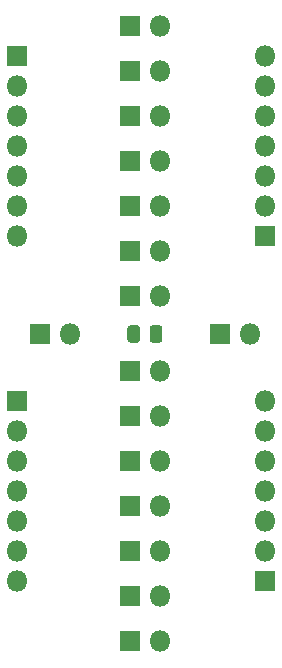
<source format=gbr>
%TF.GenerationSoftware,KiCad,Pcbnew,(5.1.6)-1*%
%TF.CreationDate,2020-10-19T16:41:56-05:00*%
%TF.ProjectId,BPS_Scrutineering,4250535f-5363-4727-9574-696e65657269,rev?*%
%TF.SameCoordinates,Original*%
%TF.FileFunction,Soldermask,Top*%
%TF.FilePolarity,Negative*%
%FSLAX46Y46*%
G04 Gerber Fmt 4.6, Leading zero omitted, Abs format (unit mm)*
G04 Created by KiCad (PCBNEW (5.1.6)-1) date 2020-10-19 16:41:56*
%MOMM*%
%LPD*%
G01*
G04 APERTURE LIST*
%ADD10O,1.800000X1.800000*%
%ADD11R,1.800000X1.800000*%
G04 APERTURE END LIST*
%TO.C,R1*%
G36*
G01*
X70720000Y-86513750D02*
X70720000Y-87476250D01*
G75*
G02*
X70451250Y-87745000I-268750J0D01*
G01*
X69913750Y-87745000D01*
G75*
G02*
X69645000Y-87476250I0J268750D01*
G01*
X69645000Y-86513750D01*
G75*
G02*
X69913750Y-86245000I268750J0D01*
G01*
X70451250Y-86245000D01*
G75*
G02*
X70720000Y-86513750I0J-268750D01*
G01*
G37*
G36*
G01*
X72595000Y-86513750D02*
X72595000Y-87476250D01*
G75*
G02*
X72326250Y-87745000I-268750J0D01*
G01*
X71788750Y-87745000D01*
G75*
G02*
X71520000Y-87476250I0J268750D01*
G01*
X71520000Y-86513750D01*
G75*
G02*
X71788750Y-86245000I268750J0D01*
G01*
X72326250Y-86245000D01*
G75*
G02*
X72595000Y-86513750I0J-268750D01*
G01*
G37*
%TD*%
D10*
%TO.C,JP16*%
X64770000Y-86995000D03*
D11*
X62230000Y-86995000D03*
%TD*%
D10*
%TO.C,JP15*%
X80010000Y-86995000D03*
D11*
X77470000Y-86995000D03*
%TD*%
D10*
%TO.C,JP14*%
X72390000Y-113030000D03*
D11*
X69850000Y-113030000D03*
%TD*%
D10*
%TO.C,JP13*%
X72390000Y-109220000D03*
D11*
X69850000Y-109220000D03*
%TD*%
D10*
%TO.C,JP12*%
X72390000Y-105410000D03*
D11*
X69850000Y-105410000D03*
%TD*%
D10*
%TO.C,JP11*%
X72390000Y-101600000D03*
D11*
X69850000Y-101600000D03*
%TD*%
D10*
%TO.C,JP10*%
X72390000Y-97790000D03*
D11*
X69850000Y-97790000D03*
%TD*%
D10*
%TO.C,JP9*%
X72390000Y-93980000D03*
D11*
X69850000Y-93980000D03*
%TD*%
D10*
%TO.C,JP8*%
X72390000Y-90170000D03*
D11*
X69850000Y-90170000D03*
%TD*%
D10*
%TO.C,JP7*%
X72390000Y-83820000D03*
D11*
X69850000Y-83820000D03*
%TD*%
D10*
%TO.C,JP6*%
X72390000Y-80010000D03*
D11*
X69850000Y-80010000D03*
%TD*%
D10*
%TO.C,JP5*%
X72390000Y-76200000D03*
D11*
X69850000Y-76200000D03*
%TD*%
D10*
%TO.C,JP4*%
X72390000Y-72390000D03*
D11*
X69850000Y-72390000D03*
%TD*%
D10*
%TO.C,JP3*%
X72390000Y-68580000D03*
D11*
X69850000Y-68580000D03*
%TD*%
D10*
%TO.C,JP2*%
X72390000Y-60960000D03*
D11*
X69850000Y-60960000D03*
%TD*%
D10*
%TO.C,JP1*%
X72390000Y-64770000D03*
D11*
X69850000Y-64770000D03*
%TD*%
D10*
%TO.C,J4*%
X60325000Y-107950000D03*
X60325000Y-105410000D03*
X60325000Y-102870000D03*
X60325000Y-100330000D03*
X60325000Y-97790000D03*
X60325000Y-95250000D03*
D11*
X60325000Y-92710000D03*
%TD*%
D10*
%TO.C,J3*%
X81280000Y-92710000D03*
X81280000Y-95250000D03*
X81280000Y-97790000D03*
X81280000Y-100330000D03*
X81280000Y-102870000D03*
X81280000Y-105410000D03*
D11*
X81280000Y-107950000D03*
%TD*%
D10*
%TO.C,J2*%
X81280000Y-63500000D03*
X81280000Y-66040000D03*
X81280000Y-68580000D03*
X81280000Y-71120000D03*
X81280000Y-73660000D03*
X81280000Y-76200000D03*
D11*
X81280000Y-78740000D03*
%TD*%
D10*
%TO.C,J1*%
X60325000Y-78740000D03*
X60325000Y-76200000D03*
X60325000Y-73660000D03*
X60325000Y-71120000D03*
X60325000Y-68580000D03*
X60325000Y-66040000D03*
D11*
X60325000Y-63500000D03*
%TD*%
M02*

</source>
